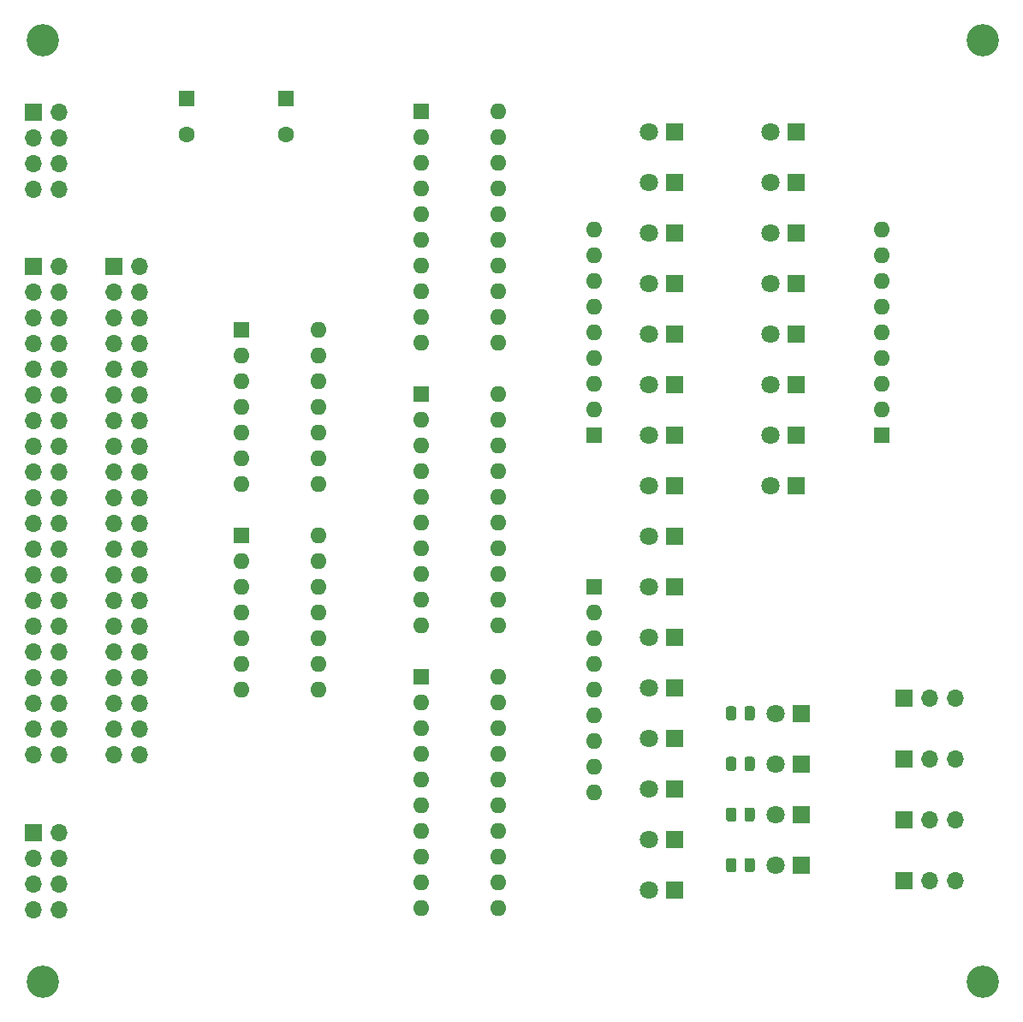
<source format=gbr>
%TF.GenerationSoftware,KiCad,Pcbnew,(5.1.9)-1*%
%TF.CreationDate,2021-06-06T11:32:17-04:00*%
%TF.ProjectId,main,6d61696e-2e6b-4696-9361-645f70636258,rev?*%
%TF.SameCoordinates,Original*%
%TF.FileFunction,Soldermask,Top*%
%TF.FilePolarity,Negative*%
%FSLAX46Y46*%
G04 Gerber Fmt 4.6, Leading zero omitted, Abs format (unit mm)*
G04 Created by KiCad (PCBNEW (5.1.9)-1) date 2021-06-06 11:32:17*
%MOMM*%
%LPD*%
G01*
G04 APERTURE LIST*
%ADD10C,1.800000*%
%ADD11R,1.800000X1.800000*%
%ADD12C,1.600000*%
%ADD13R,1.600000X1.600000*%
%ADD14O,1.600000X1.600000*%
%ADD15O,1.700000X1.700000*%
%ADD16R,1.700000X1.700000*%
%ADD17C,3.200000*%
G04 APERTURE END LIST*
%TO.C,R8*%
G36*
G01*
X92900000Y-90450001D02*
X92900000Y-89549999D01*
G75*
G02*
X93149999Y-89300000I249999J0D01*
G01*
X93675001Y-89300000D01*
G75*
G02*
X93925000Y-89549999I0J-249999D01*
G01*
X93925000Y-90450001D01*
G75*
G02*
X93675001Y-90700000I-249999J0D01*
G01*
X93149999Y-90700000D01*
G75*
G02*
X92900000Y-90450001I0J249999D01*
G01*
G37*
G36*
G01*
X91075000Y-90450001D02*
X91075000Y-89549999D01*
G75*
G02*
X91324999Y-89300000I249999J0D01*
G01*
X91850001Y-89300000D01*
G75*
G02*
X92100000Y-89549999I0J-249999D01*
G01*
X92100000Y-90450001D01*
G75*
G02*
X91850001Y-90700000I-249999J0D01*
G01*
X91324999Y-90700000D01*
G75*
G02*
X91075000Y-90450001I0J249999D01*
G01*
G37*
%TD*%
%TO.C,R7*%
G36*
G01*
X92900000Y-95450001D02*
X92900000Y-94549999D01*
G75*
G02*
X93149999Y-94300000I249999J0D01*
G01*
X93675001Y-94300000D01*
G75*
G02*
X93925000Y-94549999I0J-249999D01*
G01*
X93925000Y-95450001D01*
G75*
G02*
X93675001Y-95700000I-249999J0D01*
G01*
X93149999Y-95700000D01*
G75*
G02*
X92900000Y-95450001I0J249999D01*
G01*
G37*
G36*
G01*
X91075000Y-95450001D02*
X91075000Y-94549999D01*
G75*
G02*
X91324999Y-94300000I249999J0D01*
G01*
X91850001Y-94300000D01*
G75*
G02*
X92100000Y-94549999I0J-249999D01*
G01*
X92100000Y-95450001D01*
G75*
G02*
X91850001Y-95700000I-249999J0D01*
G01*
X91324999Y-95700000D01*
G75*
G02*
X91075000Y-95450001I0J249999D01*
G01*
G37*
%TD*%
%TO.C,R6*%
G36*
G01*
X92900000Y-100450001D02*
X92900000Y-99549999D01*
G75*
G02*
X93149999Y-99300000I249999J0D01*
G01*
X93675001Y-99300000D01*
G75*
G02*
X93925000Y-99549999I0J-249999D01*
G01*
X93925000Y-100450001D01*
G75*
G02*
X93675001Y-100700000I-249999J0D01*
G01*
X93149999Y-100700000D01*
G75*
G02*
X92900000Y-100450001I0J249999D01*
G01*
G37*
G36*
G01*
X91075000Y-100450001D02*
X91075000Y-99549999D01*
G75*
G02*
X91324999Y-99300000I249999J0D01*
G01*
X91850001Y-99300000D01*
G75*
G02*
X92100000Y-99549999I0J-249999D01*
G01*
X92100000Y-100450001D01*
G75*
G02*
X91850001Y-100700000I-249999J0D01*
G01*
X91324999Y-100700000D01*
G75*
G02*
X91075000Y-100450001I0J249999D01*
G01*
G37*
%TD*%
%TO.C,R5*%
G36*
G01*
X92900000Y-105450001D02*
X92900000Y-104549999D01*
G75*
G02*
X93149999Y-104300000I249999J0D01*
G01*
X93675001Y-104300000D01*
G75*
G02*
X93925000Y-104549999I0J-249999D01*
G01*
X93925000Y-105450001D01*
G75*
G02*
X93675001Y-105700000I-249999J0D01*
G01*
X93149999Y-105700000D01*
G75*
G02*
X92900000Y-105450001I0J249999D01*
G01*
G37*
G36*
G01*
X91075000Y-105450001D02*
X91075000Y-104549999D01*
G75*
G02*
X91324999Y-104300000I249999J0D01*
G01*
X91850001Y-104300000D01*
G75*
G02*
X92100000Y-104549999I0J-249999D01*
G01*
X92100000Y-105450001D01*
G75*
G02*
X91850001Y-105700000I-249999J0D01*
G01*
X91324999Y-105700000D01*
G75*
G02*
X91075000Y-105450001I0J249999D01*
G01*
G37*
%TD*%
D10*
%TO.C,D28*%
X95960000Y-90000000D03*
D11*
X98500000Y-90000000D03*
%TD*%
D10*
%TO.C,D27*%
X95960000Y-95000000D03*
D11*
X98500000Y-95000000D03*
%TD*%
D10*
%TO.C,D26*%
X95960000Y-100000000D03*
D11*
X98500000Y-100000000D03*
%TD*%
D10*
%TO.C,D25*%
X95960000Y-105000000D03*
D11*
X98500000Y-105000000D03*
%TD*%
D12*
%TO.C,C9*%
X37752000Y-32774000D03*
D13*
X37752000Y-29274000D03*
%TD*%
D14*
%TO.C,U2*%
X50800000Y-52070000D03*
X43180000Y-67310000D03*
X50800000Y-54610000D03*
X43180000Y-64770000D03*
X50800000Y-57150000D03*
X43180000Y-62230000D03*
X50800000Y-59690000D03*
X43180000Y-59690000D03*
X50800000Y-62230000D03*
X43180000Y-57150000D03*
X50800000Y-64770000D03*
X43180000Y-54610000D03*
X50800000Y-67310000D03*
D13*
X43180000Y-52070000D03*
%TD*%
D14*
%TO.C,U1*%
X50800000Y-72390000D03*
X43180000Y-87630000D03*
X50800000Y-74930000D03*
X43180000Y-85090000D03*
X50800000Y-77470000D03*
X43180000Y-82550000D03*
X50800000Y-80010000D03*
X43180000Y-80010000D03*
X50800000Y-82550000D03*
X43180000Y-77470000D03*
X50800000Y-85090000D03*
X43180000Y-74930000D03*
X50800000Y-87630000D03*
D13*
X43180000Y-72390000D03*
%TD*%
D14*
%TO.C,RN3*%
X78000000Y-97820000D03*
X78000000Y-95280000D03*
X78000000Y-92740000D03*
X78000000Y-90200000D03*
X78000000Y-87660000D03*
X78000000Y-85120000D03*
X78000000Y-82580000D03*
X78000000Y-80040000D03*
D13*
X78000000Y-77500000D03*
%TD*%
D14*
%TO.C,RN2*%
X78000000Y-42180000D03*
X78000000Y-44720000D03*
X78000000Y-47260000D03*
X78000000Y-49800000D03*
X78000000Y-52340000D03*
X78000000Y-54880000D03*
X78000000Y-57420000D03*
X78000000Y-59960000D03*
D13*
X78000000Y-62500000D03*
%TD*%
%TO.C,RN1*%
X106500000Y-62500000D03*
D14*
X106500000Y-59960000D03*
X106500000Y-57420000D03*
X106500000Y-54880000D03*
X106500000Y-52340000D03*
X106500000Y-49800000D03*
X106500000Y-47260000D03*
X106500000Y-44720000D03*
X106500000Y-42180000D03*
%TD*%
D10*
%TO.C,D24*%
X83460000Y-77500000D03*
D11*
X86000000Y-77500000D03*
%TD*%
D10*
%TO.C,D23*%
X83460000Y-87500000D03*
D11*
X86000000Y-87500000D03*
%TD*%
D10*
%TO.C,D22*%
X83460000Y-97500000D03*
D11*
X86000000Y-97500000D03*
%TD*%
D10*
%TO.C,D21*%
X83460000Y-107500000D03*
D11*
X86000000Y-107500000D03*
%TD*%
D10*
%TO.C,D20*%
X83460000Y-102500000D03*
D11*
X86000000Y-102500000D03*
%TD*%
D10*
%TO.C,D19*%
X83460000Y-92500000D03*
D11*
X86000000Y-92500000D03*
%TD*%
D10*
%TO.C,D18*%
X83460000Y-82500000D03*
D11*
X86000000Y-82500000D03*
%TD*%
D10*
%TO.C,D17*%
X83460000Y-72500000D03*
D11*
X86000000Y-72500000D03*
%TD*%
D10*
%TO.C,D16*%
X83460000Y-37500000D03*
D11*
X86000000Y-37500000D03*
%TD*%
D10*
%TO.C,D15*%
X83460000Y-47500000D03*
D11*
X86000000Y-47500000D03*
%TD*%
D10*
%TO.C,D14*%
X83460000Y-57500000D03*
D11*
X86000000Y-57500000D03*
%TD*%
D10*
%TO.C,D13*%
X83460000Y-67500000D03*
D11*
X86000000Y-67500000D03*
%TD*%
D10*
%TO.C,D12*%
X83460000Y-62500000D03*
D11*
X86000000Y-62500000D03*
%TD*%
D10*
%TO.C,D11*%
X83460000Y-52500000D03*
D11*
X86000000Y-52500000D03*
%TD*%
D10*
%TO.C,D10*%
X83460000Y-42500000D03*
D11*
X86000000Y-42500000D03*
%TD*%
D10*
%TO.C,D9*%
X83460000Y-32500000D03*
D11*
X86000000Y-32500000D03*
%TD*%
D10*
%TO.C,D8*%
X95460000Y-37500000D03*
D11*
X98000000Y-37500000D03*
%TD*%
D10*
%TO.C,D7*%
X95460000Y-47500000D03*
D11*
X98000000Y-47500000D03*
%TD*%
D10*
%TO.C,D6*%
X95460000Y-57500000D03*
D11*
X98000000Y-57500000D03*
%TD*%
D10*
%TO.C,D5*%
X95460000Y-67500000D03*
D11*
X98000000Y-67500000D03*
%TD*%
D10*
%TO.C,D4*%
X95460000Y-62500000D03*
D11*
X98000000Y-62500000D03*
%TD*%
D10*
%TO.C,D3*%
X95460000Y-52500000D03*
D11*
X98000000Y-52500000D03*
%TD*%
D10*
%TO.C,D2*%
X95460000Y-42500000D03*
D11*
X98000000Y-42500000D03*
%TD*%
D15*
%TO.C,SW4*%
X113790000Y-88500000D03*
X111250000Y-88500000D03*
D16*
X108710000Y-88500000D03*
%TD*%
D15*
%TO.C,SW3*%
X113790000Y-94500000D03*
X111250000Y-94500000D03*
D16*
X108710000Y-94500000D03*
%TD*%
D15*
%TO.C,SW2*%
X113790000Y-100500000D03*
X111250000Y-100500000D03*
D16*
X108710000Y-100500000D03*
%TD*%
D15*
%TO.C,SW1*%
X113790000Y-106500000D03*
X111250000Y-106500000D03*
D16*
X108710000Y-106500000D03*
%TD*%
D14*
%TO.C,U5*%
X68580000Y-86360000D03*
X60960000Y-109220000D03*
X68580000Y-88900000D03*
X60960000Y-106680000D03*
X68580000Y-91440000D03*
X60960000Y-104140000D03*
X68580000Y-93980000D03*
X60960000Y-101600000D03*
X68580000Y-96520000D03*
X60960000Y-99060000D03*
X68580000Y-99060000D03*
X60960000Y-96520000D03*
X68580000Y-101600000D03*
X60960000Y-93980000D03*
X68580000Y-104140000D03*
X60960000Y-91440000D03*
X68580000Y-106680000D03*
X60960000Y-88900000D03*
X68580000Y-109220000D03*
D13*
X60960000Y-86360000D03*
%TD*%
D14*
%TO.C,U4*%
X68580000Y-58420000D03*
X60960000Y-81280000D03*
X68580000Y-60960000D03*
X60960000Y-78740000D03*
X68580000Y-63500000D03*
X60960000Y-76200000D03*
X68580000Y-66040000D03*
X60960000Y-73660000D03*
X68580000Y-68580000D03*
X60960000Y-71120000D03*
X68580000Y-71120000D03*
X60960000Y-68580000D03*
X68580000Y-73660000D03*
X60960000Y-66040000D03*
X68580000Y-76200000D03*
X60960000Y-63500000D03*
X68580000Y-78740000D03*
X60960000Y-60960000D03*
X68580000Y-81280000D03*
D13*
X60960000Y-58420000D03*
%TD*%
D14*
%TO.C,U3*%
X68580000Y-30480000D03*
X60960000Y-53340000D03*
X68580000Y-33020000D03*
X60960000Y-50800000D03*
X68580000Y-35560000D03*
X60960000Y-48260000D03*
X68580000Y-38100000D03*
X60960000Y-45720000D03*
X68580000Y-40640000D03*
X60960000Y-43180000D03*
X68580000Y-43180000D03*
X60960000Y-40640000D03*
X68580000Y-45720000D03*
X60960000Y-38100000D03*
X68580000Y-48260000D03*
X60960000Y-35560000D03*
X68580000Y-50800000D03*
X60960000Y-33020000D03*
X68580000Y-53340000D03*
D13*
X60960000Y-30480000D03*
%TD*%
D17*
%TO.C,H4*%
X23500000Y-116500000D03*
%TD*%
%TO.C,H3*%
X116500000Y-116500000D03*
%TD*%
%TO.C,H2*%
X23500000Y-23500000D03*
%TD*%
%TO.C,H1*%
X116500000Y-23500000D03*
%TD*%
D10*
%TO.C,D1*%
X95460000Y-32500000D03*
D11*
X98000000Y-32500000D03*
%TD*%
D12*
%TO.C,C5*%
X47531000Y-32774000D03*
D13*
X47531000Y-29274000D03*
%TD*%
D16*
%TO.C,J3*%
X22540000Y-30600000D03*
D15*
X25080000Y-30600000D03*
X22540000Y-33140000D03*
X25080000Y-33140000D03*
X22540000Y-35680000D03*
X25080000Y-35680000D03*
X22540000Y-38220000D03*
X25080000Y-38220000D03*
%TD*%
%TO.C,J4*%
X25080000Y-109400000D03*
X22540000Y-109400000D03*
X25080000Y-106860000D03*
X22540000Y-106860000D03*
X25080000Y-104320000D03*
X22540000Y-104320000D03*
X25080000Y-101780000D03*
D16*
X22540000Y-101780000D03*
%TD*%
D15*
%TO.C,J2*%
X33080000Y-94130000D03*
X30540000Y-94130000D03*
X33080000Y-91590000D03*
X30540000Y-91590000D03*
X33080000Y-89050000D03*
X30540000Y-89050000D03*
X33080000Y-86510000D03*
X30540000Y-86510000D03*
X33080000Y-83970000D03*
X30540000Y-83970000D03*
X33080000Y-81430000D03*
X30540000Y-81430000D03*
X33080000Y-78890000D03*
X30540000Y-78890000D03*
X33080000Y-76350000D03*
X30540000Y-76350000D03*
X33080000Y-73810000D03*
X30540000Y-73810000D03*
X33080000Y-71270000D03*
X30540000Y-71270000D03*
X33080000Y-68730000D03*
X30540000Y-68730000D03*
X33080000Y-66190000D03*
X30540000Y-66190000D03*
X33080000Y-63650000D03*
X30540000Y-63650000D03*
X33080000Y-61110000D03*
X30540000Y-61110000D03*
X33080000Y-58570000D03*
X30540000Y-58570000D03*
X33080000Y-56030000D03*
X30540000Y-56030000D03*
X33080000Y-53490000D03*
X30540000Y-53490000D03*
X33080000Y-50950000D03*
X30540000Y-50950000D03*
X33080000Y-48410000D03*
X30540000Y-48410000D03*
X33080000Y-45870000D03*
D16*
X30540000Y-45870000D03*
%TD*%
D15*
%TO.C,J1*%
X25080000Y-94130000D03*
X22540000Y-94130000D03*
X25080000Y-91590000D03*
X22540000Y-91590000D03*
X25080000Y-89050000D03*
X22540000Y-89050000D03*
X25080000Y-86510000D03*
X22540000Y-86510000D03*
X25080000Y-83970000D03*
X22540000Y-83970000D03*
X25080000Y-81430000D03*
X22540000Y-81430000D03*
X25080000Y-78890000D03*
X22540000Y-78890000D03*
X25080000Y-76350000D03*
X22540000Y-76350000D03*
X25080000Y-73810000D03*
X22540000Y-73810000D03*
X25080000Y-71270000D03*
X22540000Y-71270000D03*
X25080000Y-68730000D03*
X22540000Y-68730000D03*
X25080000Y-66190000D03*
X22540000Y-66190000D03*
X25080000Y-63650000D03*
X22540000Y-63650000D03*
X25080000Y-61110000D03*
X22540000Y-61110000D03*
X25080000Y-58570000D03*
X22540000Y-58570000D03*
X25080000Y-56030000D03*
X22540000Y-56030000D03*
X25080000Y-53490000D03*
X22540000Y-53490000D03*
X25080000Y-50950000D03*
X22540000Y-50950000D03*
X25080000Y-48410000D03*
X22540000Y-48410000D03*
X25080000Y-45870000D03*
D16*
X22540000Y-45870000D03*
%TD*%
M02*

</source>
